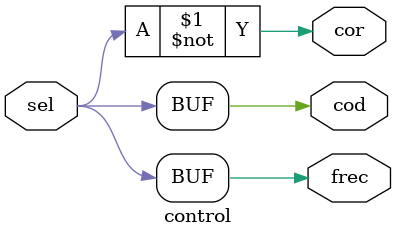
<source format=v>
`timescale 1ns / 1ps
module control(
    input sel,
    output frec,
    output cor,
	 output cod
    );
assign frec=sel;
assign cor=~sel;
assign cod=sel;
endmodule

</source>
